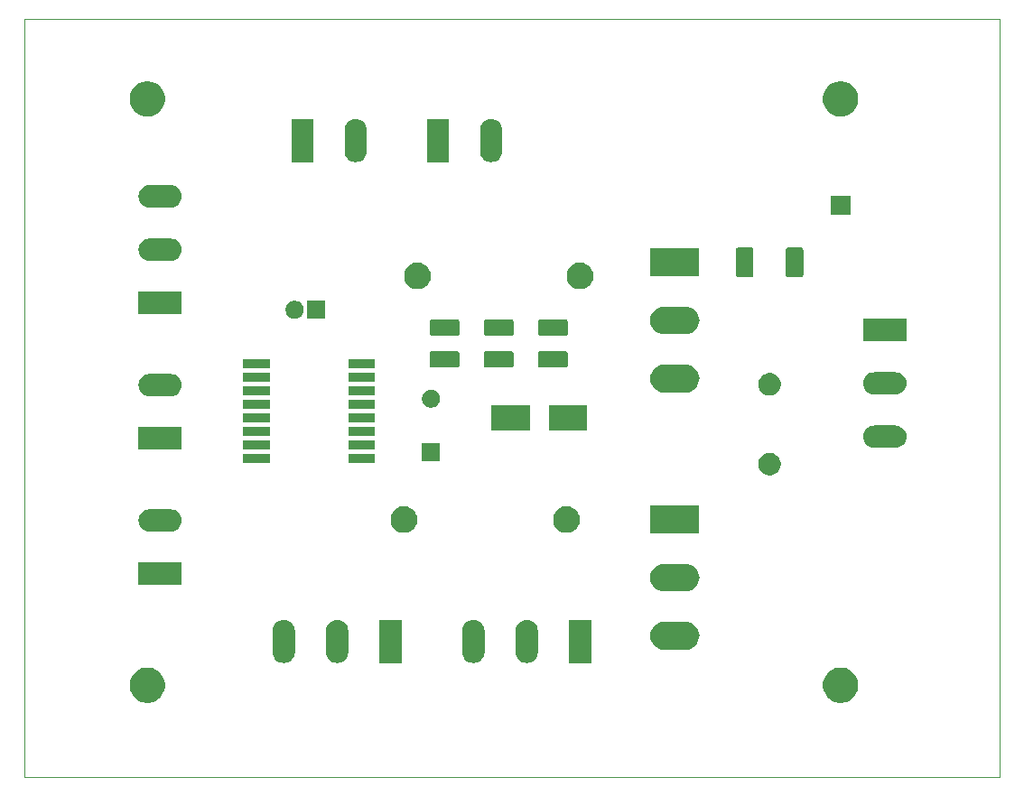
<source format=gbr>
G04 #@! TF.GenerationSoftware,KiCad,Pcbnew,(5.1.5)-3*
G04 #@! TF.CreationDate,2020-04-01T15:23:21+02:00*
G04 #@! TF.ProjectId,hbruecke,68627275-6563-46b6-952e-6b696361645f,rev?*
G04 #@! TF.SameCoordinates,Original*
G04 #@! TF.FileFunction,Soldermask,Top*
G04 #@! TF.FilePolarity,Negative*
%FSLAX46Y46*%
G04 Gerber Fmt 4.6, Leading zero omitted, Abs format (unit mm)*
G04 Created by KiCad (PCBNEW (5.1.5)-3) date 2020-04-01 15:23:21*
%MOMM*%
%LPD*%
G04 APERTURE LIST*
%ADD10C,0.050000*%
%ADD11C,0.100000*%
G04 APERTURE END LIST*
D10*
X154940000Y-77470000D02*
X63500000Y-77470000D01*
X154940000Y-148590000D02*
X154940000Y-77470000D01*
X63500000Y-148590000D02*
X154940000Y-148590000D01*
X63500000Y-77470000D02*
X63500000Y-148590000D01*
D11*
G36*
X140375256Y-138391298D02*
G01*
X140481579Y-138412447D01*
X140782042Y-138536903D01*
X141052451Y-138717585D01*
X141282415Y-138947549D01*
X141463097Y-139217958D01*
X141587553Y-139518421D01*
X141651000Y-139837391D01*
X141651000Y-140162609D01*
X141587553Y-140481579D01*
X141463097Y-140782042D01*
X141282415Y-141052451D01*
X141052451Y-141282415D01*
X140782042Y-141463097D01*
X140481579Y-141587553D01*
X140375256Y-141608702D01*
X140162611Y-141651000D01*
X139837389Y-141651000D01*
X139624744Y-141608702D01*
X139518421Y-141587553D01*
X139217958Y-141463097D01*
X138947549Y-141282415D01*
X138717585Y-141052451D01*
X138536903Y-140782042D01*
X138412447Y-140481579D01*
X138349000Y-140162609D01*
X138349000Y-139837391D01*
X138412447Y-139518421D01*
X138536903Y-139217958D01*
X138717585Y-138947549D01*
X138947549Y-138717585D01*
X139217958Y-138536903D01*
X139518421Y-138412447D01*
X139624744Y-138391298D01*
X139837389Y-138349000D01*
X140162611Y-138349000D01*
X140375256Y-138391298D01*
G37*
G36*
X75375256Y-138391298D02*
G01*
X75481579Y-138412447D01*
X75782042Y-138536903D01*
X76052451Y-138717585D01*
X76282415Y-138947549D01*
X76463097Y-139217958D01*
X76587553Y-139518421D01*
X76651000Y-139837391D01*
X76651000Y-140162609D01*
X76587553Y-140481579D01*
X76463097Y-140782042D01*
X76282415Y-141052451D01*
X76052451Y-141282415D01*
X75782042Y-141463097D01*
X75481579Y-141587553D01*
X75375256Y-141608702D01*
X75162611Y-141651000D01*
X74837389Y-141651000D01*
X74624744Y-141608702D01*
X74518421Y-141587553D01*
X74217958Y-141463097D01*
X73947549Y-141282415D01*
X73717585Y-141052451D01*
X73536903Y-140782042D01*
X73412447Y-140481579D01*
X73349000Y-140162609D01*
X73349000Y-139837391D01*
X73412447Y-139518421D01*
X73536903Y-139217958D01*
X73717585Y-138947549D01*
X73947549Y-138717585D01*
X74217958Y-138536903D01*
X74518421Y-138412447D01*
X74624744Y-138391298D01*
X74837389Y-138349000D01*
X75162611Y-138349000D01*
X75375256Y-138391298D01*
G37*
G36*
X105774072Y-133874063D02*
G01*
X105970301Y-133933589D01*
X105970303Y-133933590D01*
X106151145Y-134030252D01*
X106309660Y-134160340D01*
X106439748Y-134318855D01*
X106536410Y-134499697D01*
X106536411Y-134499699D01*
X106595937Y-134695928D01*
X106611000Y-134848868D01*
X106611000Y-136931132D01*
X106595937Y-137084072D01*
X106536411Y-137280300D01*
X106536410Y-137280303D01*
X106439748Y-137461145D01*
X106309660Y-137619660D01*
X106192437Y-137715860D01*
X106151146Y-137749747D01*
X105970300Y-137846411D01*
X105774071Y-137905937D01*
X105570000Y-137926036D01*
X105365928Y-137905937D01*
X105169699Y-137846411D01*
X105169697Y-137846410D01*
X104988855Y-137749748D01*
X104830340Y-137619660D01*
X104734140Y-137502437D01*
X104700253Y-137461146D01*
X104603589Y-137280300D01*
X104544063Y-137084071D01*
X104529000Y-136931131D01*
X104529001Y-134848868D01*
X104544064Y-134695928D01*
X104603590Y-134499699D01*
X104603591Y-134499697D01*
X104700253Y-134318855D01*
X104830341Y-134160340D01*
X104988856Y-134030252D01*
X105169698Y-133933590D01*
X105169700Y-133933589D01*
X105365929Y-133874063D01*
X105570000Y-133853964D01*
X105774072Y-133874063D01*
G37*
G36*
X110774072Y-133874063D02*
G01*
X110970301Y-133933589D01*
X110970303Y-133933590D01*
X111151145Y-134030252D01*
X111309660Y-134160340D01*
X111439748Y-134318855D01*
X111536410Y-134499697D01*
X111536411Y-134499699D01*
X111595937Y-134695928D01*
X111611000Y-134848868D01*
X111611000Y-136931132D01*
X111595937Y-137084072D01*
X111536411Y-137280300D01*
X111536410Y-137280303D01*
X111439748Y-137461145D01*
X111309660Y-137619660D01*
X111192437Y-137715860D01*
X111151146Y-137749747D01*
X110970300Y-137846411D01*
X110774071Y-137905937D01*
X110570000Y-137926036D01*
X110365928Y-137905937D01*
X110169699Y-137846411D01*
X110169697Y-137846410D01*
X109988855Y-137749748D01*
X109830340Y-137619660D01*
X109734140Y-137502437D01*
X109700253Y-137461146D01*
X109603589Y-137280300D01*
X109544063Y-137084071D01*
X109529000Y-136931131D01*
X109529001Y-134848868D01*
X109544064Y-134695928D01*
X109603590Y-134499699D01*
X109603591Y-134499697D01*
X109700253Y-134318855D01*
X109830341Y-134160340D01*
X109988856Y-134030252D01*
X110169698Y-133933590D01*
X110169700Y-133933589D01*
X110365929Y-133874063D01*
X110570000Y-133853964D01*
X110774072Y-133874063D01*
G37*
G36*
X92994072Y-133874063D02*
G01*
X93190301Y-133933589D01*
X93190303Y-133933590D01*
X93371145Y-134030252D01*
X93529660Y-134160340D01*
X93659748Y-134318855D01*
X93756410Y-134499697D01*
X93756411Y-134499699D01*
X93815937Y-134695928D01*
X93831000Y-134848868D01*
X93831000Y-136931132D01*
X93815937Y-137084072D01*
X93756411Y-137280300D01*
X93756410Y-137280303D01*
X93659748Y-137461145D01*
X93529660Y-137619660D01*
X93412437Y-137715860D01*
X93371146Y-137749747D01*
X93190300Y-137846411D01*
X92994071Y-137905937D01*
X92790000Y-137926036D01*
X92585928Y-137905937D01*
X92389699Y-137846411D01*
X92389697Y-137846410D01*
X92208855Y-137749748D01*
X92050340Y-137619660D01*
X91954140Y-137502437D01*
X91920253Y-137461146D01*
X91823589Y-137280300D01*
X91764063Y-137084071D01*
X91749000Y-136931131D01*
X91749001Y-134848868D01*
X91764064Y-134695928D01*
X91823590Y-134499699D01*
X91823591Y-134499697D01*
X91920253Y-134318855D01*
X92050341Y-134160340D01*
X92208856Y-134030252D01*
X92389698Y-133933590D01*
X92389700Y-133933589D01*
X92585929Y-133874063D01*
X92790000Y-133853964D01*
X92994072Y-133874063D01*
G37*
G36*
X87994072Y-133874063D02*
G01*
X88190301Y-133933589D01*
X88190303Y-133933590D01*
X88371145Y-134030252D01*
X88529660Y-134160340D01*
X88659748Y-134318855D01*
X88756410Y-134499697D01*
X88756411Y-134499699D01*
X88815937Y-134695928D01*
X88831000Y-134848868D01*
X88831000Y-136931132D01*
X88815937Y-137084072D01*
X88756411Y-137280300D01*
X88756410Y-137280303D01*
X88659748Y-137461145D01*
X88529660Y-137619660D01*
X88412437Y-137715860D01*
X88371146Y-137749747D01*
X88190300Y-137846411D01*
X87994071Y-137905937D01*
X87790000Y-137926036D01*
X87585928Y-137905937D01*
X87389699Y-137846411D01*
X87389697Y-137846410D01*
X87208855Y-137749748D01*
X87050340Y-137619660D01*
X86954140Y-137502437D01*
X86920253Y-137461146D01*
X86823589Y-137280300D01*
X86764063Y-137084071D01*
X86749000Y-136931131D01*
X86749001Y-134848868D01*
X86764064Y-134695928D01*
X86823590Y-134499699D01*
X86823591Y-134499697D01*
X86920253Y-134318855D01*
X87050341Y-134160340D01*
X87208856Y-134030252D01*
X87389698Y-133933590D01*
X87389700Y-133933589D01*
X87585929Y-133874063D01*
X87790000Y-133853964D01*
X87994072Y-133874063D01*
G37*
G36*
X116611000Y-137921000D02*
G01*
X114529000Y-137921000D01*
X114529000Y-133859000D01*
X116611000Y-133859000D01*
X116611000Y-137921000D01*
G37*
G36*
X98831000Y-137921000D02*
G01*
X96749000Y-137921000D01*
X96749000Y-133859000D01*
X98831000Y-133859000D01*
X98831000Y-137921000D01*
G37*
G36*
X125619472Y-134068412D02*
G01*
X125715040Y-134077825D01*
X125960280Y-134152218D01*
X126186294Y-134273025D01*
X126237899Y-134315376D01*
X126384397Y-134435603D01*
X126504624Y-134582101D01*
X126546975Y-134633706D01*
X126546976Y-134633708D01*
X126661982Y-134848868D01*
X126667782Y-134859720D01*
X126742175Y-135104960D01*
X126767294Y-135360000D01*
X126742175Y-135615040D01*
X126667782Y-135860280D01*
X126546975Y-136086294D01*
X126504624Y-136137899D01*
X126384397Y-136284397D01*
X126237899Y-136404624D01*
X126186294Y-136446975D01*
X125960280Y-136567782D01*
X125715040Y-136642175D01*
X125619472Y-136651588D01*
X125523906Y-136661000D01*
X123396094Y-136661000D01*
X123300528Y-136651588D01*
X123204960Y-136642175D01*
X122959720Y-136567782D01*
X122733706Y-136446975D01*
X122682101Y-136404624D01*
X122535603Y-136284397D01*
X122415376Y-136137899D01*
X122373025Y-136086294D01*
X122252218Y-135860280D01*
X122177825Y-135615040D01*
X122152706Y-135360000D01*
X122177825Y-135104960D01*
X122252218Y-134859720D01*
X122258019Y-134848868D01*
X122373024Y-134633708D01*
X122373025Y-134633706D01*
X122415376Y-134582101D01*
X122535603Y-134435603D01*
X122682101Y-134315376D01*
X122733706Y-134273025D01*
X122959720Y-134152218D01*
X123204960Y-134077825D01*
X123300528Y-134068412D01*
X123396094Y-134059000D01*
X125523906Y-134059000D01*
X125619472Y-134068412D01*
G37*
G36*
X125619472Y-128618412D02*
G01*
X125715040Y-128627825D01*
X125960280Y-128702218D01*
X126186294Y-128823025D01*
X126237899Y-128865376D01*
X126384397Y-128985603D01*
X126504624Y-129132101D01*
X126546975Y-129183706D01*
X126667782Y-129409720D01*
X126742175Y-129654960D01*
X126767294Y-129910000D01*
X126742175Y-130165040D01*
X126667782Y-130410280D01*
X126546975Y-130636294D01*
X126504624Y-130687899D01*
X126384397Y-130834397D01*
X126237899Y-130954624D01*
X126186294Y-130996975D01*
X125960280Y-131117782D01*
X125715040Y-131192175D01*
X125619472Y-131201588D01*
X125523906Y-131211000D01*
X123396094Y-131211000D01*
X123300528Y-131201588D01*
X123204960Y-131192175D01*
X122959720Y-131117782D01*
X122733706Y-130996975D01*
X122682101Y-130954624D01*
X122535603Y-130834397D01*
X122415376Y-130687899D01*
X122373025Y-130636294D01*
X122252218Y-130410280D01*
X122177825Y-130165040D01*
X122152706Y-129910000D01*
X122177825Y-129654960D01*
X122252218Y-129409720D01*
X122373025Y-129183706D01*
X122415376Y-129132101D01*
X122535603Y-128985603D01*
X122682101Y-128865376D01*
X122733706Y-128823025D01*
X122959720Y-128702218D01*
X123204960Y-128627825D01*
X123300528Y-128618412D01*
X123396094Y-128609000D01*
X125523906Y-128609000D01*
X125619472Y-128618412D01*
G37*
G36*
X78231000Y-130581000D02*
G01*
X74169000Y-130581000D01*
X74169000Y-128499000D01*
X78231000Y-128499000D01*
X78231000Y-130581000D01*
G37*
G36*
X126761000Y-125761000D02*
G01*
X122159000Y-125761000D01*
X122159000Y-123159000D01*
X126761000Y-123159000D01*
X126761000Y-125761000D01*
G37*
G36*
X99424903Y-123257075D02*
G01*
X99652571Y-123351378D01*
X99857466Y-123488285D01*
X100031715Y-123662534D01*
X100123794Y-123800340D01*
X100168623Y-123867431D01*
X100262925Y-124095097D01*
X100271797Y-124139697D01*
X100311000Y-124336787D01*
X100311000Y-124583213D01*
X100262925Y-124824903D01*
X100168622Y-125052571D01*
X100031715Y-125257466D01*
X99857466Y-125431715D01*
X99652571Y-125568622D01*
X99652570Y-125568623D01*
X99652569Y-125568623D01*
X99424903Y-125662925D01*
X99183214Y-125711000D01*
X98936786Y-125711000D01*
X98695097Y-125662925D01*
X98467431Y-125568623D01*
X98467430Y-125568623D01*
X98467429Y-125568622D01*
X98262534Y-125431715D01*
X98088285Y-125257466D01*
X97951378Y-125052571D01*
X97857075Y-124824903D01*
X97809000Y-124583213D01*
X97809000Y-124336787D01*
X97848204Y-124139697D01*
X97857075Y-124095097D01*
X97951377Y-123867431D01*
X97996206Y-123800340D01*
X98088285Y-123662534D01*
X98262534Y-123488285D01*
X98467429Y-123351378D01*
X98695097Y-123257075D01*
X98936786Y-123209000D01*
X99183214Y-123209000D01*
X99424903Y-123257075D01*
G37*
G36*
X114664903Y-123257075D02*
G01*
X114892571Y-123351378D01*
X115097466Y-123488285D01*
X115271715Y-123662534D01*
X115363794Y-123800340D01*
X115408623Y-123867431D01*
X115502925Y-124095097D01*
X115511797Y-124139697D01*
X115551000Y-124336787D01*
X115551000Y-124583213D01*
X115502925Y-124824903D01*
X115408622Y-125052571D01*
X115271715Y-125257466D01*
X115097466Y-125431715D01*
X114892571Y-125568622D01*
X114892570Y-125568623D01*
X114892569Y-125568623D01*
X114664903Y-125662925D01*
X114423214Y-125711000D01*
X114176786Y-125711000D01*
X113935097Y-125662925D01*
X113707431Y-125568623D01*
X113707430Y-125568623D01*
X113707429Y-125568622D01*
X113502534Y-125431715D01*
X113328285Y-125257466D01*
X113191378Y-125052571D01*
X113097075Y-124824903D01*
X113049000Y-124583213D01*
X113049000Y-124336787D01*
X113088204Y-124139697D01*
X113097075Y-124095097D01*
X113191377Y-123867431D01*
X113236206Y-123800340D01*
X113328285Y-123662534D01*
X113502534Y-123488285D01*
X113707429Y-123351378D01*
X113935097Y-123257075D01*
X114176786Y-123209000D01*
X114423214Y-123209000D01*
X114664903Y-123257075D01*
G37*
G36*
X77292112Y-123504021D02*
G01*
X77394072Y-123514063D01*
X77590301Y-123573589D01*
X77590303Y-123573590D01*
X77771145Y-123670252D01*
X77929660Y-123800340D01*
X78059747Y-123958854D01*
X78156411Y-124139699D01*
X78215937Y-124335928D01*
X78236036Y-124540000D01*
X78215937Y-124744072D01*
X78156411Y-124940301D01*
X78156410Y-124940303D01*
X78059748Y-125121145D01*
X77929660Y-125279660D01*
X77771145Y-125409748D01*
X77590303Y-125506410D01*
X77590301Y-125506411D01*
X77394072Y-125565937D01*
X77292112Y-125575979D01*
X77241133Y-125581000D01*
X75158867Y-125581000D01*
X75107888Y-125575979D01*
X75005928Y-125565937D01*
X74809699Y-125506411D01*
X74809697Y-125506410D01*
X74628855Y-125409748D01*
X74470340Y-125279660D01*
X74340252Y-125121145D01*
X74243590Y-124940303D01*
X74243589Y-124940301D01*
X74184063Y-124744072D01*
X74163964Y-124540000D01*
X74184063Y-124335928D01*
X74243589Y-124139699D01*
X74340253Y-123958854D01*
X74470340Y-123800340D01*
X74628855Y-123670252D01*
X74809697Y-123573590D01*
X74809699Y-123573589D01*
X75005928Y-123514063D01*
X75107888Y-123504021D01*
X75158867Y-123499000D01*
X77241133Y-123499000D01*
X77292112Y-123504021D01*
G37*
G36*
X133656564Y-118249389D02*
G01*
X133847833Y-118328615D01*
X133847835Y-118328616D01*
X134019973Y-118443635D01*
X134166365Y-118590027D01*
X134281385Y-118762167D01*
X134360611Y-118953436D01*
X134401000Y-119156484D01*
X134401000Y-119363516D01*
X134360611Y-119566564D01*
X134281385Y-119757833D01*
X134281384Y-119757835D01*
X134166365Y-119929973D01*
X134019973Y-120076365D01*
X133847835Y-120191384D01*
X133847834Y-120191385D01*
X133847833Y-120191385D01*
X133656564Y-120270611D01*
X133453516Y-120311000D01*
X133246484Y-120311000D01*
X133043436Y-120270611D01*
X132852167Y-120191385D01*
X132852166Y-120191385D01*
X132852165Y-120191384D01*
X132680027Y-120076365D01*
X132533635Y-119929973D01*
X132418616Y-119757835D01*
X132418615Y-119757833D01*
X132339389Y-119566564D01*
X132299000Y-119363516D01*
X132299000Y-119156484D01*
X132339389Y-118953436D01*
X132418615Y-118762167D01*
X132533635Y-118590027D01*
X132680027Y-118443635D01*
X132852165Y-118328616D01*
X132852167Y-118328615D01*
X133043436Y-118249389D01*
X133246484Y-118209000D01*
X133453516Y-118209000D01*
X133656564Y-118249389D01*
G37*
G36*
X86470500Y-119146000D02*
G01*
X83993500Y-119146000D01*
X83993500Y-118344000D01*
X86470500Y-118344000D01*
X86470500Y-119146000D01*
G37*
G36*
X96346500Y-119146000D02*
G01*
X93869500Y-119146000D01*
X93869500Y-118344000D01*
X96346500Y-118344000D01*
X96346500Y-119146000D01*
G37*
G36*
X102451000Y-118961000D02*
G01*
X100749000Y-118961000D01*
X100749000Y-117259000D01*
X102451000Y-117259000D01*
X102451000Y-118961000D01*
G37*
G36*
X78231000Y-117881000D02*
G01*
X74169000Y-117881000D01*
X74169000Y-115799000D01*
X78231000Y-115799000D01*
X78231000Y-117881000D01*
G37*
G36*
X96346500Y-117876000D02*
G01*
X93869500Y-117876000D01*
X93869500Y-117074000D01*
X96346500Y-117074000D01*
X96346500Y-117876000D01*
G37*
G36*
X86470500Y-117876000D02*
G01*
X83993500Y-117876000D01*
X83993500Y-117074000D01*
X86470500Y-117074000D01*
X86470500Y-117876000D01*
G37*
G36*
X145237112Y-115644021D02*
G01*
X145339072Y-115654063D01*
X145535301Y-115713589D01*
X145535303Y-115713590D01*
X145716145Y-115810252D01*
X145874660Y-115940340D01*
X146004747Y-116098854D01*
X146101411Y-116279699D01*
X146160937Y-116475928D01*
X146181036Y-116680000D01*
X146160937Y-116884072D01*
X146103322Y-117074000D01*
X146101410Y-117080303D01*
X146004748Y-117261145D01*
X145874660Y-117419660D01*
X145716145Y-117549748D01*
X145535303Y-117646410D01*
X145535301Y-117646411D01*
X145339072Y-117705937D01*
X145237112Y-117715979D01*
X145186133Y-117721000D01*
X143103867Y-117721000D01*
X143052888Y-117715979D01*
X142950928Y-117705937D01*
X142754699Y-117646411D01*
X142754697Y-117646410D01*
X142573855Y-117549748D01*
X142415340Y-117419660D01*
X142285252Y-117261145D01*
X142188590Y-117080303D01*
X142186678Y-117074000D01*
X142129063Y-116884072D01*
X142108964Y-116680000D01*
X142129063Y-116475928D01*
X142188589Y-116279699D01*
X142285253Y-116098854D01*
X142415340Y-115940340D01*
X142573855Y-115810252D01*
X142754697Y-115713590D01*
X142754699Y-115713589D01*
X142950928Y-115654063D01*
X143052888Y-115644021D01*
X143103867Y-115639000D01*
X145186133Y-115639000D01*
X145237112Y-115644021D01*
G37*
G36*
X86470500Y-116606000D02*
G01*
X83993500Y-116606000D01*
X83993500Y-115804000D01*
X86470500Y-115804000D01*
X86470500Y-116606000D01*
G37*
G36*
X96346500Y-116606000D02*
G01*
X93869500Y-116606000D01*
X93869500Y-115804000D01*
X96346500Y-115804000D01*
X96346500Y-116606000D01*
G37*
G36*
X116261000Y-116136000D02*
G01*
X112659000Y-116136000D01*
X112659000Y-113734000D01*
X116261000Y-113734000D01*
X116261000Y-116136000D01*
G37*
G36*
X110861000Y-116136000D02*
G01*
X107259000Y-116136000D01*
X107259000Y-113734000D01*
X110861000Y-113734000D01*
X110861000Y-116136000D01*
G37*
G36*
X86470500Y-115336000D02*
G01*
X83993500Y-115336000D01*
X83993500Y-114534000D01*
X86470500Y-114534000D01*
X86470500Y-115336000D01*
G37*
G36*
X96346500Y-115336000D02*
G01*
X93869500Y-115336000D01*
X93869500Y-114534000D01*
X96346500Y-114534000D01*
X96346500Y-115336000D01*
G37*
G36*
X86470500Y-114066000D02*
G01*
X83993500Y-114066000D01*
X83993500Y-113264000D01*
X86470500Y-113264000D01*
X86470500Y-114066000D01*
G37*
G36*
X96346500Y-114066000D02*
G01*
X93869500Y-114066000D01*
X93869500Y-113264000D01*
X96346500Y-113264000D01*
X96346500Y-114066000D01*
G37*
G36*
X101848228Y-112291703D02*
G01*
X102003100Y-112355853D01*
X102142481Y-112448985D01*
X102261015Y-112567519D01*
X102354147Y-112706900D01*
X102418297Y-112861772D01*
X102451000Y-113026184D01*
X102451000Y-113193816D01*
X102418297Y-113358228D01*
X102354147Y-113513100D01*
X102261015Y-113652481D01*
X102142481Y-113771015D01*
X102003100Y-113864147D01*
X101848228Y-113928297D01*
X101683816Y-113961000D01*
X101516184Y-113961000D01*
X101351772Y-113928297D01*
X101196900Y-113864147D01*
X101057519Y-113771015D01*
X100938985Y-113652481D01*
X100845853Y-113513100D01*
X100781703Y-113358228D01*
X100749000Y-113193816D01*
X100749000Y-113026184D01*
X100781703Y-112861772D01*
X100845853Y-112706900D01*
X100938985Y-112567519D01*
X101057519Y-112448985D01*
X101196900Y-112355853D01*
X101351772Y-112291703D01*
X101516184Y-112259000D01*
X101683816Y-112259000D01*
X101848228Y-112291703D01*
G37*
G36*
X77292112Y-110804021D02*
G01*
X77394072Y-110814063D01*
X77590301Y-110873589D01*
X77590303Y-110873590D01*
X77771145Y-110970252D01*
X77929660Y-111100340D01*
X78059747Y-111258854D01*
X78156411Y-111439699D01*
X78215937Y-111635928D01*
X78236036Y-111840000D01*
X78215937Y-112044072D01*
X78156411Y-112240301D01*
X78156410Y-112240303D01*
X78059748Y-112421145D01*
X77929660Y-112579660D01*
X77771145Y-112709748D01*
X77657280Y-112770610D01*
X77590301Y-112806411D01*
X77394072Y-112865937D01*
X77292112Y-112875979D01*
X77241133Y-112881000D01*
X75158867Y-112881000D01*
X75107888Y-112875979D01*
X75005928Y-112865937D01*
X74809699Y-112806411D01*
X74742720Y-112770610D01*
X74628855Y-112709748D01*
X74470340Y-112579660D01*
X74340252Y-112421145D01*
X74243590Y-112240303D01*
X74243589Y-112240301D01*
X74184063Y-112044072D01*
X74163964Y-111840000D01*
X74184063Y-111635928D01*
X74243589Y-111439699D01*
X74340253Y-111258854D01*
X74470340Y-111100340D01*
X74628855Y-110970252D01*
X74809697Y-110873590D01*
X74809699Y-110873589D01*
X75005928Y-110814063D01*
X75107888Y-110804021D01*
X75158867Y-110799000D01*
X77241133Y-110799000D01*
X77292112Y-110804021D01*
G37*
G36*
X133656564Y-110749389D02*
G01*
X133812701Y-110814063D01*
X133847835Y-110828616D01*
X134019973Y-110943635D01*
X134166365Y-111090027D01*
X134279172Y-111258854D01*
X134281385Y-111262167D01*
X134360611Y-111453436D01*
X134401000Y-111656484D01*
X134401000Y-111863516D01*
X134360611Y-112066564D01*
X134324229Y-112154397D01*
X134281384Y-112257835D01*
X134166365Y-112429973D01*
X134019973Y-112576365D01*
X133847835Y-112691384D01*
X133847834Y-112691385D01*
X133847833Y-112691385D01*
X133656564Y-112770611D01*
X133453516Y-112811000D01*
X133246484Y-112811000D01*
X133043436Y-112770611D01*
X132852167Y-112691385D01*
X132852166Y-112691385D01*
X132852165Y-112691384D01*
X132680027Y-112576365D01*
X132533635Y-112429973D01*
X132418616Y-112257835D01*
X132375771Y-112154397D01*
X132339389Y-112066564D01*
X132299000Y-111863516D01*
X132299000Y-111656484D01*
X132339389Y-111453436D01*
X132418615Y-111262167D01*
X132420829Y-111258854D01*
X132533635Y-111090027D01*
X132680027Y-110943635D01*
X132852165Y-110828616D01*
X132887299Y-110814063D01*
X133043436Y-110749389D01*
X133246484Y-110709000D01*
X133453516Y-110709000D01*
X133656564Y-110749389D01*
G37*
G36*
X96346500Y-112796000D02*
G01*
X93869500Y-112796000D01*
X93869500Y-111994000D01*
X96346500Y-111994000D01*
X96346500Y-112796000D01*
G37*
G36*
X86470500Y-112796000D02*
G01*
X83993500Y-112796000D01*
X83993500Y-111994000D01*
X86470500Y-111994000D01*
X86470500Y-112796000D01*
G37*
G36*
X145237112Y-110644021D02*
G01*
X145339072Y-110654063D01*
X145535301Y-110713589D01*
X145535303Y-110713590D01*
X145716145Y-110810252D01*
X145874660Y-110940340D01*
X146004748Y-111098855D01*
X146005542Y-111100341D01*
X146101411Y-111279699D01*
X146160937Y-111475928D01*
X146181036Y-111680000D01*
X146160937Y-111884072D01*
X146101411Y-112080301D01*
X146101410Y-112080303D01*
X146004748Y-112261145D01*
X145874660Y-112419660D01*
X145716145Y-112549748D01*
X145535303Y-112646410D01*
X145535301Y-112646411D01*
X145339072Y-112705937D01*
X145237112Y-112715979D01*
X145186133Y-112721000D01*
X143103867Y-112721000D01*
X143052888Y-112715979D01*
X142950928Y-112705937D01*
X142754699Y-112646411D01*
X142754697Y-112646410D01*
X142573855Y-112549748D01*
X142415340Y-112419660D01*
X142285252Y-112261145D01*
X142188590Y-112080303D01*
X142188589Y-112080301D01*
X142129063Y-111884072D01*
X142108964Y-111680000D01*
X142129063Y-111475928D01*
X142188589Y-111279699D01*
X142284458Y-111100341D01*
X142285252Y-111098855D01*
X142415340Y-110940340D01*
X142573855Y-110810252D01*
X142754697Y-110713590D01*
X142754699Y-110713589D01*
X142950928Y-110654063D01*
X143052888Y-110644021D01*
X143103867Y-110639000D01*
X145186133Y-110639000D01*
X145237112Y-110644021D01*
G37*
G36*
X125619473Y-109938413D02*
G01*
X125715040Y-109947825D01*
X125960280Y-110022218D01*
X126186294Y-110143025D01*
X126232089Y-110180608D01*
X126384397Y-110305603D01*
X126504624Y-110452101D01*
X126546975Y-110503706D01*
X126546976Y-110503708D01*
X126627343Y-110654063D01*
X126667782Y-110729720D01*
X126742175Y-110974960D01*
X126767294Y-111230000D01*
X126742175Y-111485040D01*
X126667782Y-111730280D01*
X126546975Y-111956294D01*
X126516030Y-111994000D01*
X126384397Y-112154397D01*
X126237899Y-112274624D01*
X126186294Y-112316975D01*
X125960280Y-112437782D01*
X125715040Y-112512175D01*
X125619472Y-112521588D01*
X125523906Y-112531000D01*
X123396094Y-112531000D01*
X123300528Y-112521588D01*
X123204960Y-112512175D01*
X122959720Y-112437782D01*
X122733706Y-112316975D01*
X122682101Y-112274624D01*
X122535603Y-112154397D01*
X122403970Y-111994000D01*
X122373025Y-111956294D01*
X122252218Y-111730280D01*
X122177825Y-111485040D01*
X122152706Y-111230000D01*
X122177825Y-110974960D01*
X122252218Y-110729720D01*
X122292658Y-110654063D01*
X122373024Y-110503708D01*
X122373025Y-110503706D01*
X122415376Y-110452101D01*
X122535603Y-110305603D01*
X122687911Y-110180608D01*
X122733706Y-110143025D01*
X122959720Y-110022218D01*
X123204960Y-109947825D01*
X123300527Y-109938413D01*
X123396094Y-109929000D01*
X125523906Y-109929000D01*
X125619473Y-109938413D01*
G37*
G36*
X96346500Y-111526000D02*
G01*
X93869500Y-111526000D01*
X93869500Y-110724000D01*
X96346500Y-110724000D01*
X96346500Y-111526000D01*
G37*
G36*
X86470500Y-111526000D02*
G01*
X83993500Y-111526000D01*
X83993500Y-110724000D01*
X86470500Y-110724000D01*
X86470500Y-111526000D01*
G37*
G36*
X86470500Y-110256000D02*
G01*
X83993500Y-110256000D01*
X83993500Y-109454000D01*
X86470500Y-109454000D01*
X86470500Y-110256000D01*
G37*
G36*
X96346500Y-110256000D02*
G01*
X93869500Y-110256000D01*
X93869500Y-109454000D01*
X96346500Y-109454000D01*
X96346500Y-110256000D01*
G37*
G36*
X109175562Y-108678181D02*
G01*
X109210481Y-108688774D01*
X109242663Y-108705976D01*
X109270873Y-108729127D01*
X109294024Y-108757337D01*
X109311226Y-108789519D01*
X109321819Y-108824438D01*
X109326000Y-108866895D01*
X109326000Y-110008105D01*
X109321819Y-110050562D01*
X109311226Y-110085481D01*
X109294024Y-110117663D01*
X109270873Y-110145873D01*
X109242663Y-110169024D01*
X109210481Y-110186226D01*
X109175562Y-110196819D01*
X109133105Y-110201000D01*
X106766895Y-110201000D01*
X106724438Y-110196819D01*
X106689519Y-110186226D01*
X106657337Y-110169024D01*
X106629127Y-110145873D01*
X106605976Y-110117663D01*
X106588774Y-110085481D01*
X106578181Y-110050562D01*
X106574000Y-110008105D01*
X106574000Y-108866895D01*
X106578181Y-108824438D01*
X106588774Y-108789519D01*
X106605976Y-108757337D01*
X106629127Y-108729127D01*
X106657337Y-108705976D01*
X106689519Y-108688774D01*
X106724438Y-108678181D01*
X106766895Y-108674000D01*
X109133105Y-108674000D01*
X109175562Y-108678181D01*
G37*
G36*
X114255562Y-108678181D02*
G01*
X114290481Y-108688774D01*
X114322663Y-108705976D01*
X114350873Y-108729127D01*
X114374024Y-108757337D01*
X114391226Y-108789519D01*
X114401819Y-108824438D01*
X114406000Y-108866895D01*
X114406000Y-110008105D01*
X114401819Y-110050562D01*
X114391226Y-110085481D01*
X114374024Y-110117663D01*
X114350873Y-110145873D01*
X114322663Y-110169024D01*
X114290481Y-110186226D01*
X114255562Y-110196819D01*
X114213105Y-110201000D01*
X111846895Y-110201000D01*
X111804438Y-110196819D01*
X111769519Y-110186226D01*
X111737337Y-110169024D01*
X111709127Y-110145873D01*
X111685976Y-110117663D01*
X111668774Y-110085481D01*
X111658181Y-110050562D01*
X111654000Y-110008105D01*
X111654000Y-108866895D01*
X111658181Y-108824438D01*
X111668774Y-108789519D01*
X111685976Y-108757337D01*
X111709127Y-108729127D01*
X111737337Y-108705976D01*
X111769519Y-108688774D01*
X111804438Y-108678181D01*
X111846895Y-108674000D01*
X114213105Y-108674000D01*
X114255562Y-108678181D01*
G37*
G36*
X104095562Y-108678181D02*
G01*
X104130481Y-108688774D01*
X104162663Y-108705976D01*
X104190873Y-108729127D01*
X104214024Y-108757337D01*
X104231226Y-108789519D01*
X104241819Y-108824438D01*
X104246000Y-108866895D01*
X104246000Y-110008105D01*
X104241819Y-110050562D01*
X104231226Y-110085481D01*
X104214024Y-110117663D01*
X104190873Y-110145873D01*
X104162663Y-110169024D01*
X104130481Y-110186226D01*
X104095562Y-110196819D01*
X104053105Y-110201000D01*
X101686895Y-110201000D01*
X101644438Y-110196819D01*
X101609519Y-110186226D01*
X101577337Y-110169024D01*
X101549127Y-110145873D01*
X101525976Y-110117663D01*
X101508774Y-110085481D01*
X101498181Y-110050562D01*
X101494000Y-110008105D01*
X101494000Y-108866895D01*
X101498181Y-108824438D01*
X101508774Y-108789519D01*
X101525976Y-108757337D01*
X101549127Y-108729127D01*
X101577337Y-108705976D01*
X101609519Y-108688774D01*
X101644438Y-108678181D01*
X101686895Y-108674000D01*
X104053105Y-108674000D01*
X104095562Y-108678181D01*
G37*
G36*
X146176000Y-107721000D02*
G01*
X142114000Y-107721000D01*
X142114000Y-105639000D01*
X146176000Y-105639000D01*
X146176000Y-107721000D01*
G37*
G36*
X114255562Y-105703181D02*
G01*
X114290481Y-105713774D01*
X114322663Y-105730976D01*
X114350873Y-105754127D01*
X114374024Y-105782337D01*
X114391226Y-105814519D01*
X114401819Y-105849438D01*
X114406000Y-105891895D01*
X114406000Y-107033105D01*
X114401819Y-107075562D01*
X114391226Y-107110481D01*
X114374024Y-107142663D01*
X114350873Y-107170873D01*
X114322663Y-107194024D01*
X114290481Y-107211226D01*
X114255562Y-107221819D01*
X114213105Y-107226000D01*
X111846895Y-107226000D01*
X111804438Y-107221819D01*
X111769519Y-107211226D01*
X111737337Y-107194024D01*
X111709127Y-107170873D01*
X111685976Y-107142663D01*
X111668774Y-107110481D01*
X111658181Y-107075562D01*
X111654000Y-107033105D01*
X111654000Y-105891895D01*
X111658181Y-105849438D01*
X111668774Y-105814519D01*
X111685976Y-105782337D01*
X111709127Y-105754127D01*
X111737337Y-105730976D01*
X111769519Y-105713774D01*
X111804438Y-105703181D01*
X111846895Y-105699000D01*
X114213105Y-105699000D01*
X114255562Y-105703181D01*
G37*
G36*
X109175562Y-105703181D02*
G01*
X109210481Y-105713774D01*
X109242663Y-105730976D01*
X109270873Y-105754127D01*
X109294024Y-105782337D01*
X109311226Y-105814519D01*
X109321819Y-105849438D01*
X109326000Y-105891895D01*
X109326000Y-107033105D01*
X109321819Y-107075562D01*
X109311226Y-107110481D01*
X109294024Y-107142663D01*
X109270873Y-107170873D01*
X109242663Y-107194024D01*
X109210481Y-107211226D01*
X109175562Y-107221819D01*
X109133105Y-107226000D01*
X106766895Y-107226000D01*
X106724438Y-107221819D01*
X106689519Y-107211226D01*
X106657337Y-107194024D01*
X106629127Y-107170873D01*
X106605976Y-107142663D01*
X106588774Y-107110481D01*
X106578181Y-107075562D01*
X106574000Y-107033105D01*
X106574000Y-105891895D01*
X106578181Y-105849438D01*
X106588774Y-105814519D01*
X106605976Y-105782337D01*
X106629127Y-105754127D01*
X106657337Y-105730976D01*
X106689519Y-105713774D01*
X106724438Y-105703181D01*
X106766895Y-105699000D01*
X109133105Y-105699000D01*
X109175562Y-105703181D01*
G37*
G36*
X104095562Y-105703181D02*
G01*
X104130481Y-105713774D01*
X104162663Y-105730976D01*
X104190873Y-105754127D01*
X104214024Y-105782337D01*
X104231226Y-105814519D01*
X104241819Y-105849438D01*
X104246000Y-105891895D01*
X104246000Y-107033105D01*
X104241819Y-107075562D01*
X104231226Y-107110481D01*
X104214024Y-107142663D01*
X104190873Y-107170873D01*
X104162663Y-107194024D01*
X104130481Y-107211226D01*
X104095562Y-107221819D01*
X104053105Y-107226000D01*
X101686895Y-107226000D01*
X101644438Y-107221819D01*
X101609519Y-107211226D01*
X101577337Y-107194024D01*
X101549127Y-107170873D01*
X101525976Y-107142663D01*
X101508774Y-107110481D01*
X101498181Y-107075562D01*
X101494000Y-107033105D01*
X101494000Y-105891895D01*
X101498181Y-105849438D01*
X101508774Y-105814519D01*
X101525976Y-105782337D01*
X101549127Y-105754127D01*
X101577337Y-105730976D01*
X101609519Y-105713774D01*
X101644438Y-105703181D01*
X101686895Y-105699000D01*
X104053105Y-105699000D01*
X104095562Y-105703181D01*
G37*
G36*
X125619472Y-104488412D02*
G01*
X125715040Y-104497825D01*
X125960280Y-104572218D01*
X126186294Y-104693025D01*
X126237899Y-104735376D01*
X126384397Y-104855603D01*
X126504624Y-105002101D01*
X126546975Y-105053706D01*
X126667782Y-105279720D01*
X126742175Y-105524960D01*
X126767294Y-105780000D01*
X126742175Y-106035040D01*
X126667782Y-106280280D01*
X126546975Y-106506294D01*
X126504624Y-106557899D01*
X126384397Y-106704397D01*
X126237899Y-106824624D01*
X126186294Y-106866975D01*
X125960280Y-106987782D01*
X125715040Y-107062175D01*
X125619473Y-107071587D01*
X125523906Y-107081000D01*
X123396094Y-107081000D01*
X123300527Y-107071587D01*
X123204960Y-107062175D01*
X122959720Y-106987782D01*
X122733706Y-106866975D01*
X122682101Y-106824624D01*
X122535603Y-106704397D01*
X122415376Y-106557899D01*
X122373025Y-106506294D01*
X122252218Y-106280280D01*
X122177825Y-106035040D01*
X122152706Y-105780000D01*
X122177825Y-105524960D01*
X122252218Y-105279720D01*
X122373025Y-105053706D01*
X122415376Y-105002101D01*
X122535603Y-104855603D01*
X122682101Y-104735376D01*
X122733706Y-104693025D01*
X122959720Y-104572218D01*
X123204960Y-104497825D01*
X123300527Y-104488413D01*
X123396094Y-104479000D01*
X125523906Y-104479000D01*
X125619472Y-104488412D01*
G37*
G36*
X89053228Y-103956703D02*
G01*
X89208100Y-104020853D01*
X89347481Y-104113985D01*
X89466015Y-104232519D01*
X89559147Y-104371900D01*
X89623297Y-104526772D01*
X89656000Y-104691184D01*
X89656000Y-104858816D01*
X89623297Y-105023228D01*
X89559147Y-105178100D01*
X89466015Y-105317481D01*
X89347481Y-105436015D01*
X89208100Y-105529147D01*
X89053228Y-105593297D01*
X88888816Y-105626000D01*
X88721184Y-105626000D01*
X88556772Y-105593297D01*
X88401900Y-105529147D01*
X88262519Y-105436015D01*
X88143985Y-105317481D01*
X88050853Y-105178100D01*
X87986703Y-105023228D01*
X87954000Y-104858816D01*
X87954000Y-104691184D01*
X87986703Y-104526772D01*
X88050853Y-104371900D01*
X88143985Y-104232519D01*
X88262519Y-104113985D01*
X88401900Y-104020853D01*
X88556772Y-103956703D01*
X88721184Y-103924000D01*
X88888816Y-103924000D01*
X89053228Y-103956703D01*
G37*
G36*
X91656000Y-105626000D02*
G01*
X89954000Y-105626000D01*
X89954000Y-103924000D01*
X91656000Y-103924000D01*
X91656000Y-105626000D01*
G37*
G36*
X78231000Y-105181000D02*
G01*
X74169000Y-105181000D01*
X74169000Y-103099000D01*
X78231000Y-103099000D01*
X78231000Y-105181000D01*
G37*
G36*
X115934903Y-100397075D02*
G01*
X116162571Y-100491378D01*
X116367466Y-100628285D01*
X116541715Y-100802534D01*
X116541716Y-100802536D01*
X116678623Y-101007431D01*
X116772925Y-101235097D01*
X116813540Y-101439280D01*
X116821000Y-101476787D01*
X116821000Y-101723213D01*
X116772925Y-101964903D01*
X116678622Y-102192571D01*
X116541715Y-102397466D01*
X116367466Y-102571715D01*
X116162571Y-102708622D01*
X116162570Y-102708623D01*
X116162569Y-102708623D01*
X115934903Y-102802925D01*
X115693214Y-102851000D01*
X115446786Y-102851000D01*
X115205097Y-102802925D01*
X114977431Y-102708623D01*
X114977430Y-102708623D01*
X114977429Y-102708622D01*
X114772534Y-102571715D01*
X114598285Y-102397466D01*
X114461378Y-102192571D01*
X114367075Y-101964903D01*
X114319000Y-101723213D01*
X114319000Y-101476787D01*
X114326461Y-101439280D01*
X114367075Y-101235097D01*
X114461377Y-101007431D01*
X114598284Y-100802536D01*
X114598285Y-100802534D01*
X114772534Y-100628285D01*
X114977429Y-100491378D01*
X115205097Y-100397075D01*
X115446786Y-100349000D01*
X115693214Y-100349000D01*
X115934903Y-100397075D01*
G37*
G36*
X100694903Y-100397075D02*
G01*
X100922571Y-100491378D01*
X101127466Y-100628285D01*
X101301715Y-100802534D01*
X101301716Y-100802536D01*
X101438623Y-101007431D01*
X101532925Y-101235097D01*
X101573540Y-101439280D01*
X101581000Y-101476787D01*
X101581000Y-101723213D01*
X101532925Y-101964903D01*
X101438622Y-102192571D01*
X101301715Y-102397466D01*
X101127466Y-102571715D01*
X100922571Y-102708622D01*
X100922570Y-102708623D01*
X100922569Y-102708623D01*
X100694903Y-102802925D01*
X100453214Y-102851000D01*
X100206786Y-102851000D01*
X99965097Y-102802925D01*
X99737431Y-102708623D01*
X99737430Y-102708623D01*
X99737429Y-102708622D01*
X99532534Y-102571715D01*
X99358285Y-102397466D01*
X99221378Y-102192571D01*
X99127075Y-101964903D01*
X99079000Y-101723213D01*
X99079000Y-101476787D01*
X99086461Y-101439280D01*
X99127075Y-101235097D01*
X99221377Y-101007431D01*
X99358284Y-100802536D01*
X99358285Y-100802534D01*
X99532534Y-100628285D01*
X99737429Y-100491378D01*
X99965097Y-100397075D01*
X100206786Y-100349000D01*
X100453214Y-100349000D01*
X100694903Y-100397075D01*
G37*
G36*
X131678820Y-98958103D02*
G01*
X131712985Y-98968467D01*
X131744464Y-98985293D01*
X131772060Y-99007940D01*
X131794707Y-99035536D01*
X131811533Y-99067015D01*
X131821897Y-99101180D01*
X131826000Y-99142842D01*
X131826000Y-101517158D01*
X131821897Y-101558820D01*
X131811533Y-101592985D01*
X131794707Y-101624464D01*
X131772060Y-101652060D01*
X131744464Y-101674707D01*
X131712985Y-101691533D01*
X131678820Y-101701897D01*
X131637158Y-101706000D01*
X130387842Y-101706000D01*
X130346180Y-101701897D01*
X130312015Y-101691533D01*
X130280536Y-101674707D01*
X130252940Y-101652060D01*
X130230293Y-101624464D01*
X130213467Y-101592985D01*
X130203103Y-101558820D01*
X130199000Y-101517158D01*
X130199000Y-99142842D01*
X130203103Y-99101180D01*
X130213467Y-99067015D01*
X130230293Y-99035536D01*
X130252940Y-99007940D01*
X130280536Y-98985293D01*
X130312015Y-98968467D01*
X130346180Y-98958103D01*
X130387842Y-98954000D01*
X131637158Y-98954000D01*
X131678820Y-98958103D01*
G37*
G36*
X136353820Y-98958103D02*
G01*
X136387985Y-98968467D01*
X136419464Y-98985293D01*
X136447060Y-99007940D01*
X136469707Y-99035536D01*
X136486533Y-99067015D01*
X136496897Y-99101180D01*
X136501000Y-99142842D01*
X136501000Y-101517158D01*
X136496897Y-101558820D01*
X136486533Y-101592985D01*
X136469707Y-101624464D01*
X136447060Y-101652060D01*
X136419464Y-101674707D01*
X136387985Y-101691533D01*
X136353820Y-101701897D01*
X136312158Y-101706000D01*
X135062842Y-101706000D01*
X135021180Y-101701897D01*
X134987015Y-101691533D01*
X134955536Y-101674707D01*
X134927940Y-101652060D01*
X134905293Y-101624464D01*
X134888467Y-101592985D01*
X134878103Y-101558820D01*
X134874000Y-101517158D01*
X134874000Y-99142842D01*
X134878103Y-99101180D01*
X134888467Y-99067015D01*
X134905293Y-99035536D01*
X134927940Y-99007940D01*
X134955536Y-98985293D01*
X134987015Y-98968467D01*
X135021180Y-98958103D01*
X135062842Y-98954000D01*
X136312158Y-98954000D01*
X136353820Y-98958103D01*
G37*
G36*
X126761000Y-101631000D02*
G01*
X122159000Y-101631000D01*
X122159000Y-99029000D01*
X126761000Y-99029000D01*
X126761000Y-101631000D01*
G37*
G36*
X77292112Y-98104021D02*
G01*
X77394072Y-98114063D01*
X77590301Y-98173589D01*
X77590303Y-98173590D01*
X77771145Y-98270252D01*
X77929660Y-98400340D01*
X78059747Y-98558854D01*
X78156411Y-98739699D01*
X78215937Y-98935928D01*
X78236036Y-99140000D01*
X78215937Y-99344072D01*
X78156411Y-99540301D01*
X78156410Y-99540303D01*
X78059748Y-99721145D01*
X77929660Y-99879660D01*
X77771145Y-100009748D01*
X77590303Y-100106410D01*
X77590301Y-100106411D01*
X77394072Y-100165937D01*
X77292112Y-100175979D01*
X77241133Y-100181000D01*
X75158867Y-100181000D01*
X75107888Y-100175979D01*
X75005928Y-100165937D01*
X74809699Y-100106411D01*
X74809697Y-100106410D01*
X74628855Y-100009748D01*
X74470340Y-99879660D01*
X74340252Y-99721145D01*
X74243590Y-99540303D01*
X74243589Y-99540301D01*
X74184063Y-99344072D01*
X74163964Y-99140000D01*
X74184063Y-98935928D01*
X74243589Y-98739699D01*
X74340253Y-98558854D01*
X74470340Y-98400340D01*
X74628855Y-98270252D01*
X74809697Y-98173590D01*
X74809699Y-98173589D01*
X75005928Y-98114063D01*
X75107888Y-98104021D01*
X75158867Y-98099000D01*
X77241133Y-98099000D01*
X77292112Y-98104021D01*
G37*
G36*
X140901000Y-95901000D02*
G01*
X139099000Y-95901000D01*
X139099000Y-94099000D01*
X140901000Y-94099000D01*
X140901000Y-95901000D01*
G37*
G36*
X77292112Y-93104021D02*
G01*
X77394072Y-93114063D01*
X77590301Y-93173589D01*
X77590303Y-93173590D01*
X77771145Y-93270252D01*
X77929660Y-93400340D01*
X78059747Y-93558854D01*
X78156411Y-93739699D01*
X78215937Y-93935928D01*
X78236036Y-94140000D01*
X78215937Y-94344072D01*
X78156411Y-94540301D01*
X78156410Y-94540303D01*
X78059748Y-94721145D01*
X77929660Y-94879660D01*
X77771145Y-95009748D01*
X77590303Y-95106410D01*
X77590301Y-95106411D01*
X77394072Y-95165937D01*
X77292112Y-95175979D01*
X77241133Y-95181000D01*
X75158867Y-95181000D01*
X75107888Y-95175979D01*
X75005928Y-95165937D01*
X74809699Y-95106411D01*
X74809697Y-95106410D01*
X74628855Y-95009748D01*
X74470340Y-94879660D01*
X74340252Y-94721145D01*
X74243590Y-94540303D01*
X74243589Y-94540301D01*
X74184063Y-94344072D01*
X74163964Y-94140000D01*
X74184063Y-93935928D01*
X74243589Y-93739699D01*
X74340253Y-93558854D01*
X74470340Y-93400340D01*
X74628855Y-93270252D01*
X74809697Y-93173590D01*
X74809699Y-93173589D01*
X75005928Y-93114063D01*
X75107888Y-93104021D01*
X75158867Y-93099000D01*
X77241133Y-93099000D01*
X77292112Y-93104021D01*
G37*
G36*
X94739071Y-86884063D02*
G01*
X94935300Y-86943589D01*
X95116146Y-87040253D01*
X95157437Y-87074140D01*
X95274660Y-87170340D01*
X95404748Y-87328855D01*
X95501410Y-87509697D01*
X95501411Y-87509699D01*
X95560937Y-87705928D01*
X95576000Y-87858868D01*
X95576000Y-89941132D01*
X95560937Y-90094072D01*
X95501411Y-90290301D01*
X95501410Y-90290303D01*
X95404748Y-90471145D01*
X95274660Y-90629660D01*
X95116145Y-90759748D01*
X94935303Y-90856410D01*
X94935301Y-90856411D01*
X94739072Y-90915937D01*
X94535000Y-90936036D01*
X94330929Y-90915937D01*
X94134700Y-90856411D01*
X94134698Y-90856410D01*
X93953856Y-90759748D01*
X93795341Y-90629660D01*
X93665253Y-90471145D01*
X93568591Y-90290303D01*
X93568590Y-90290301D01*
X93509064Y-90094072D01*
X93494001Y-89941132D01*
X93494000Y-87858869D01*
X93509063Y-87705929D01*
X93568589Y-87509700D01*
X93665253Y-87328854D01*
X93699140Y-87287563D01*
X93795340Y-87170340D01*
X93953855Y-87040252D01*
X94134697Y-86943590D01*
X94134699Y-86943589D01*
X94330928Y-86884063D01*
X94535000Y-86863964D01*
X94739071Y-86884063D01*
G37*
G36*
X107439071Y-86884063D02*
G01*
X107635300Y-86943589D01*
X107816146Y-87040253D01*
X107857437Y-87074140D01*
X107974660Y-87170340D01*
X108104748Y-87328855D01*
X108201410Y-87509697D01*
X108201411Y-87509699D01*
X108260937Y-87705928D01*
X108276000Y-87858868D01*
X108276000Y-89941132D01*
X108260937Y-90094072D01*
X108201411Y-90290301D01*
X108201410Y-90290303D01*
X108104748Y-90471145D01*
X107974660Y-90629660D01*
X107816145Y-90759748D01*
X107635303Y-90856410D01*
X107635301Y-90856411D01*
X107439072Y-90915937D01*
X107235000Y-90936036D01*
X107030929Y-90915937D01*
X106834700Y-90856411D01*
X106834698Y-90856410D01*
X106653856Y-90759748D01*
X106495341Y-90629660D01*
X106365253Y-90471145D01*
X106268591Y-90290303D01*
X106268590Y-90290301D01*
X106209064Y-90094072D01*
X106194001Y-89941132D01*
X106194000Y-87858869D01*
X106209063Y-87705929D01*
X106268589Y-87509700D01*
X106365253Y-87328854D01*
X106399140Y-87287563D01*
X106495340Y-87170340D01*
X106653855Y-87040252D01*
X106834697Y-86943590D01*
X106834699Y-86943589D01*
X107030928Y-86884063D01*
X107235000Y-86863964D01*
X107439071Y-86884063D01*
G37*
G36*
X90576000Y-90931000D02*
G01*
X88494000Y-90931000D01*
X88494000Y-86869000D01*
X90576000Y-86869000D01*
X90576000Y-90931000D01*
G37*
G36*
X103276000Y-90931000D02*
G01*
X101194000Y-90931000D01*
X101194000Y-86869000D01*
X103276000Y-86869000D01*
X103276000Y-90931000D01*
G37*
G36*
X75375256Y-83391298D02*
G01*
X75481579Y-83412447D01*
X75782042Y-83536903D01*
X76052451Y-83717585D01*
X76282415Y-83947549D01*
X76463097Y-84217958D01*
X76587553Y-84518421D01*
X76651000Y-84837391D01*
X76651000Y-85162609D01*
X76587553Y-85481579D01*
X76463097Y-85782042D01*
X76282415Y-86052451D01*
X76052451Y-86282415D01*
X75782042Y-86463097D01*
X75481579Y-86587553D01*
X75375256Y-86608702D01*
X75162611Y-86651000D01*
X74837389Y-86651000D01*
X74624744Y-86608702D01*
X74518421Y-86587553D01*
X74217958Y-86463097D01*
X73947549Y-86282415D01*
X73717585Y-86052451D01*
X73536903Y-85782042D01*
X73412447Y-85481579D01*
X73349000Y-85162609D01*
X73349000Y-84837391D01*
X73412447Y-84518421D01*
X73536903Y-84217958D01*
X73717585Y-83947549D01*
X73947549Y-83717585D01*
X74217958Y-83536903D01*
X74518421Y-83412447D01*
X74624744Y-83391298D01*
X74837389Y-83349000D01*
X75162611Y-83349000D01*
X75375256Y-83391298D01*
G37*
G36*
X140375256Y-83391298D02*
G01*
X140481579Y-83412447D01*
X140782042Y-83536903D01*
X141052451Y-83717585D01*
X141282415Y-83947549D01*
X141463097Y-84217958D01*
X141587553Y-84518421D01*
X141651000Y-84837391D01*
X141651000Y-85162609D01*
X141587553Y-85481579D01*
X141463097Y-85782042D01*
X141282415Y-86052451D01*
X141052451Y-86282415D01*
X140782042Y-86463097D01*
X140481579Y-86587553D01*
X140375256Y-86608702D01*
X140162611Y-86651000D01*
X139837389Y-86651000D01*
X139624744Y-86608702D01*
X139518421Y-86587553D01*
X139217958Y-86463097D01*
X138947549Y-86282415D01*
X138717585Y-86052451D01*
X138536903Y-85782042D01*
X138412447Y-85481579D01*
X138349000Y-85162609D01*
X138349000Y-84837391D01*
X138412447Y-84518421D01*
X138536903Y-84217958D01*
X138717585Y-83947549D01*
X138947549Y-83717585D01*
X139217958Y-83536903D01*
X139518421Y-83412447D01*
X139624744Y-83391298D01*
X139837389Y-83349000D01*
X140162611Y-83349000D01*
X140375256Y-83391298D01*
G37*
M02*

</source>
